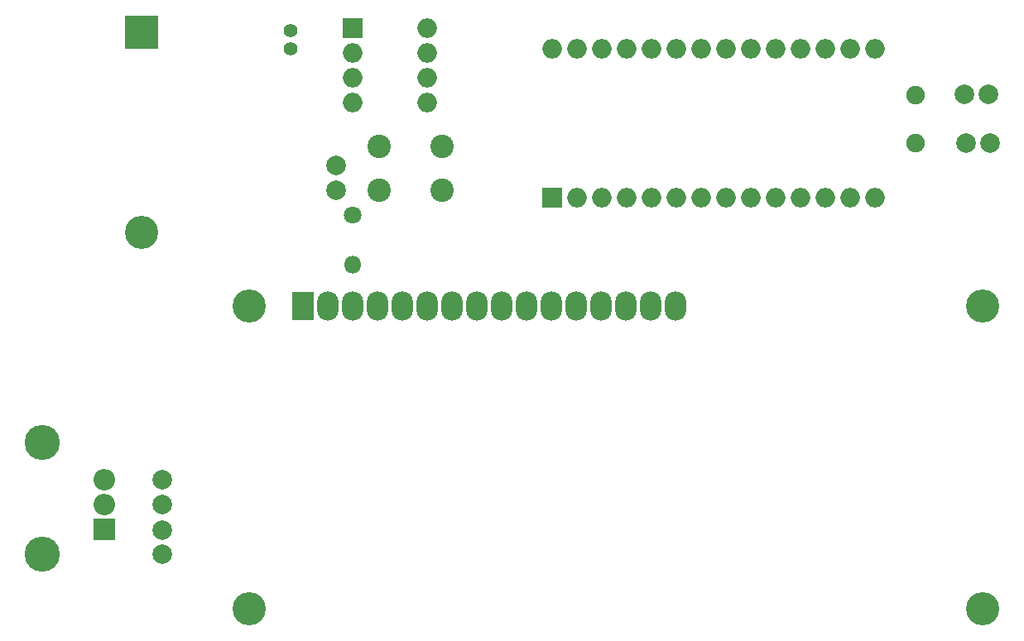
<source format=gbr>
G04 #@! TF.FileFunction,Soldermask,Bot*
%FSLAX46Y46*%
G04 Gerber Fmt 4.6, Leading zero omitted, Abs format (unit mm)*
G04 Created by KiCad (PCBNEW 4.0.7) date 06/07/18 19:04:20*
%MOMM*%
%LPD*%
G01*
G04 APERTURE LIST*
%ADD10C,0.100000*%
%ADD11R,2.200000X3.000000*%
%ADD12O,2.200000X3.000000*%
%ADD13C,3.400000*%
%ADD14C,2.000000*%
%ADD15R,2.000000X2.000000*%
%ADD16O,2.000000X2.000000*%
%ADD17C,1.900000*%
%ADD18C,3.600000*%
%ADD19R,3.400000X3.400000*%
%ADD20C,2.400000*%
%ADD21R,2.200000X2.200000*%
%ADD22O,2.200000X2.200000*%
%ADD23C,1.400000*%
%ADD24C,1.800000*%
%ADD25O,1.800000X1.800000*%
G04 APERTURE END LIST*
D10*
D11*
X111760000Y-101600000D03*
D12*
X114300000Y-101600000D03*
X116840000Y-101600000D03*
X119380000Y-101600000D03*
X121920000Y-101600000D03*
X124460000Y-101600000D03*
X127000000Y-101600000D03*
X129540000Y-101600000D03*
X132080000Y-101600000D03*
X134620000Y-101600000D03*
X137160000Y-101600000D03*
X139700000Y-101600000D03*
X142240000Y-101600000D03*
X144780000Y-101600000D03*
X147320000Y-101600000D03*
X149860000Y-101600000D03*
D13*
X106260900Y-101600000D03*
X106260900Y-132600700D03*
X181259480Y-132600700D03*
X181260000Y-101600000D03*
D14*
X97360000Y-119380000D03*
X97360000Y-121880000D03*
D15*
X137300000Y-90480000D03*
D16*
X170320000Y-75240000D03*
X139840000Y-90480000D03*
X167780000Y-75240000D03*
X142380000Y-90480000D03*
X165240000Y-75240000D03*
X144920000Y-90480000D03*
X162700000Y-75240000D03*
X147460000Y-90480000D03*
X160160000Y-75240000D03*
X150000000Y-90480000D03*
X157620000Y-75240000D03*
X152540000Y-90480000D03*
X155080000Y-75240000D03*
X155080000Y-90480000D03*
X152540000Y-75240000D03*
X157620000Y-90480000D03*
X150000000Y-75240000D03*
X160160000Y-90480000D03*
X147460000Y-75240000D03*
X162700000Y-90480000D03*
X144920000Y-75240000D03*
X165240000Y-90480000D03*
X142380000Y-75240000D03*
X167780000Y-90480000D03*
X139840000Y-75240000D03*
X170320000Y-90480000D03*
X137300000Y-75240000D03*
D17*
X174405086Y-84858936D03*
X174405086Y-79978936D03*
D18*
X85090000Y-127000000D03*
D13*
X95250000Y-94000000D03*
D19*
X95250000Y-73510000D03*
D18*
X85090000Y-115570000D03*
D20*
X119540000Y-89710000D03*
X119540000Y-85210000D03*
X126040000Y-89710000D03*
X126040000Y-85210000D03*
D21*
X91440000Y-124460000D03*
D22*
X91440000Y-121920000D03*
X91440000Y-119380000D03*
D15*
X116870000Y-73100000D03*
D16*
X124490000Y-80720000D03*
X116870000Y-75640000D03*
X124490000Y-78180000D03*
X116870000Y-78180000D03*
X124490000Y-75640000D03*
X116870000Y-80720000D03*
X124490000Y-73100000D03*
D23*
X110510000Y-73370000D03*
X110510000Y-75270000D03*
D14*
X115160000Y-89680000D03*
X115160000Y-87180000D03*
X97400000Y-124480000D03*
X97400000Y-126980000D03*
X181920000Y-79940000D03*
X179420000Y-79940000D03*
X182060000Y-84910000D03*
X179560000Y-84910000D03*
D24*
X116840000Y-92240000D03*
D25*
X116840000Y-97320000D03*
M02*

</source>
